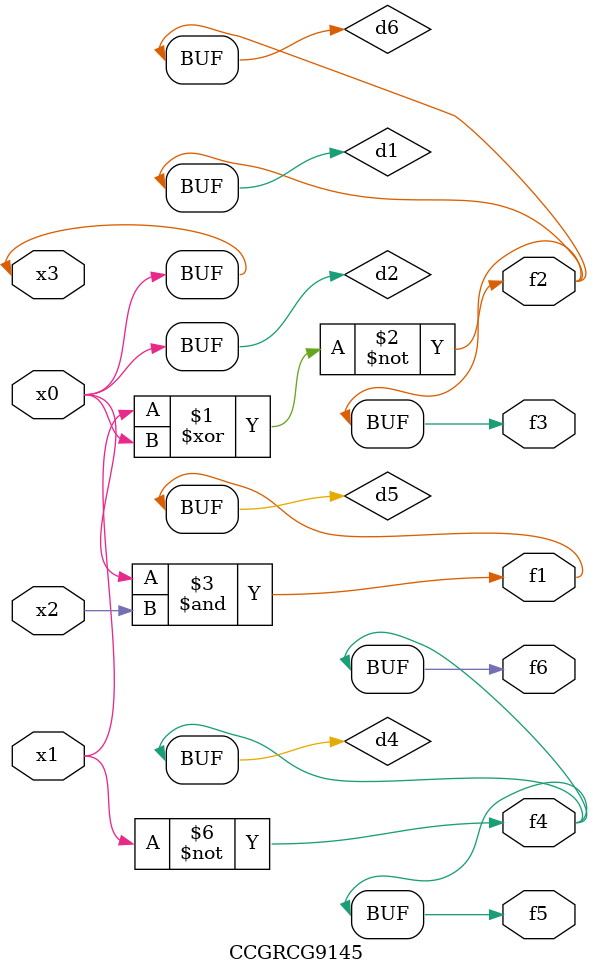
<source format=v>
module CCGRCG9145(
	input x0, x1, x2, x3,
	output f1, f2, f3, f4, f5, f6
);

	wire d1, d2, d3, d4, d5, d6;

	xnor (d1, x1, x3);
	buf (d2, x0, x3);
	nand (d3, x0, x2);
	not (d4, x1);
	nand (d5, d3);
	or (d6, d1);
	assign f1 = d5;
	assign f2 = d6;
	assign f3 = d6;
	assign f4 = d4;
	assign f5 = d4;
	assign f6 = d4;
endmodule

</source>
